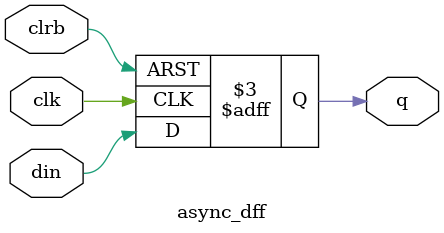
<source format=v>
module async_dff(din,clrb,clk,q);
	input din,clk,clrb;
	output q;
	reg q;
	always@(posedge clk or negedge clrb)
	begin
		if(!clrb) q<=1'b0;
		else q<=din;
	end
endmodule
</source>
